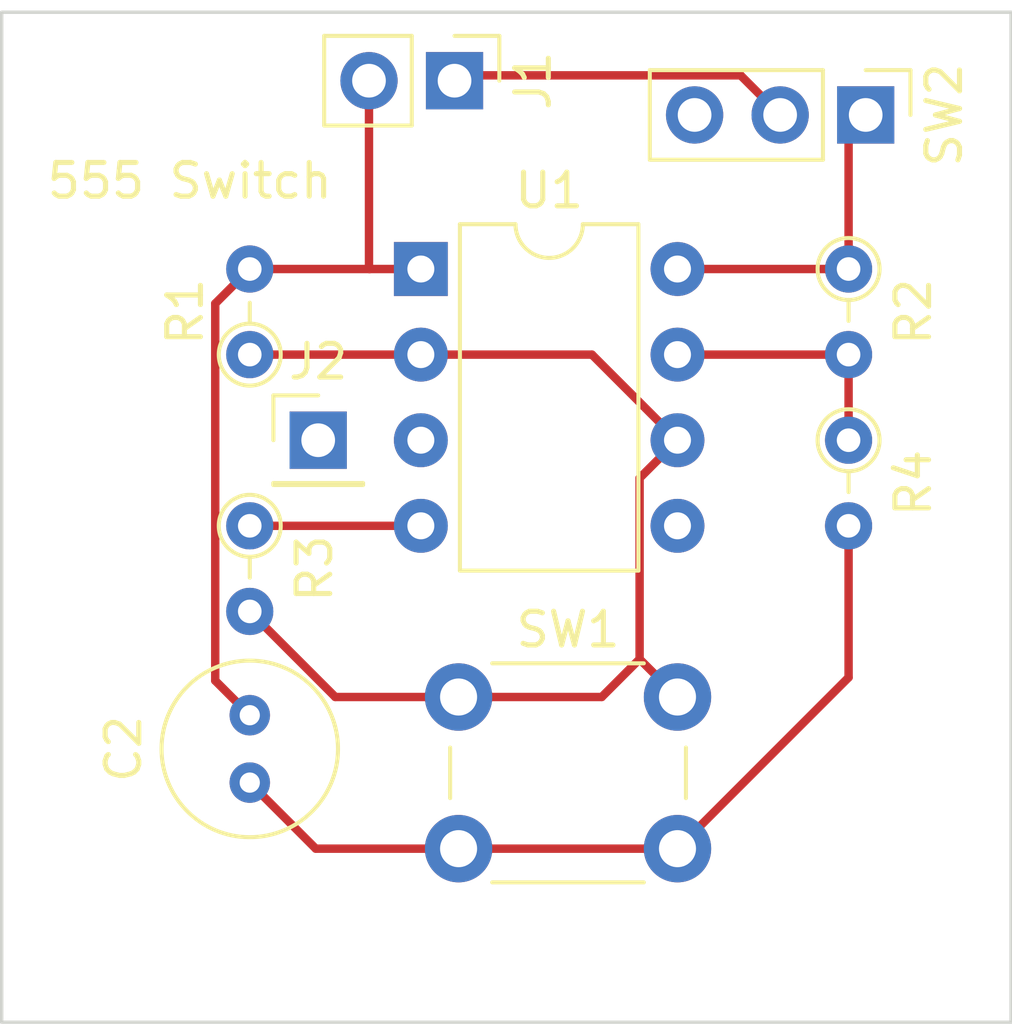
<source format=kicad_pcb>
(kicad_pcb (version 20221018) (generator pcbnew)
  (layers (0 "F.Cu" signal) (31 "B.Cu" signal) (34 "B.Paste" user) (35 "F.Paste" user) (36 "B.SilkS" user "B.Silkscreen") (37 "F.SilkS" user "F.Silkscreen") (38 "B.Mask" user) (39 "F.Mask" user) (44 "Edge.Cuts" user))
  (net 0 "")
  (net 1 "Net-(C2-Pad1)")
  (net 2 "GND")
  (net 3 "Net-(U1-THR)")
  (net 4 "+3V3")
  (net 5 "Net-(U1-DIS)")
  (net 6 "Net-(U1-R)")
  (net 7 "Net-(J2-Pin_1)")
  (net 9 "Net-(J1-Pin_1)")
  (footprint "Package_DIP:DIP-8_W7.62mm" (layer "F.Cu") (at 121.92 93.98)
    (fp_text reference "U1" (at 3.81 -2.33) (layer "F.SilkS"))
    (fp_text value "NE555D")
    (fp_line (start 1.16 -1.33) (end 1.16 8.95) (stroke (width 0.12)) (layer "F.SilkS"))
    (fp_line (start 1.16 8.95) (end 6.46 8.95) (stroke (width 0.12)) (layer "F.SilkS"))
    (fp_line (start 2.81 -1.33) (end 1.16 -1.33) (stroke (width 0.12)) (layer "F.SilkS"))
    (fp_line (start 6.46 -1.33) (end 4.81 -1.33) (stroke (width 0.12)) (layer "F.SilkS"))
    (fp_line (start 6.46 8.95) (end 6.46 -1.33) (stroke (width 0.12)) (layer "F.SilkS"))
    (fp_arc (start 4.81 -1.33) (mid 3.81 -0.33) (end 2.81 -1.33) (stroke (width 0.12)) (layer "F.SilkS"))
    (pad "1" thru_hole rect (at 0 0) (size 1.6 1.6) (drill 0.8) (layers "*.Cu" "*.Mask") (net 2 "GND"))
    (pad "2" thru_hole oval (at 0 2.54) (size 1.6 1.6) (drill 0.8) (layers "*.Cu" "*.Mask") (net 3 "Net-(U1-THR)"))
    (pad "3" thru_hole oval (at 0 5.08) (size 1.6 1.6) (drill 0.8) (layers "*.Cu" "*.Mask") (net 7 "Net-(J2-Pin_1)"))
    (pad "4" thru_hole oval (at 0 7.62) (size 1.6 1.6) (drill 0.8) (layers "*.Cu" "*.Mask") (net 6 "Net-(U1-R)"))
    (pad "5" thru_hole oval (at 7.62 7.62) (size 1.6 1.6) (drill 0.8) (layers "*.Cu" "*.Mask"))
    (pad "6" thru_hole oval (at 7.62 5.08) (size 1.6 1.6) (drill 0.8) (layers "*.Cu" "*.Mask") (net 3 "Net-(U1-THR)"))
    (pad "7" thru_hole oval (at 7.62 2.54) (size 1.6 1.6) (drill 0.8) (layers "*.Cu" "*.Mask") (net 5 "Net-(U1-DIS)"))
    (pad "8" thru_hole oval (at 7.62 0) (size 1.6 1.6) (drill 0.8) (layers "*.Cu" "*.Mask") (net 4 "+3V3"))
  )
  (footprint "Resistor_THT:R_Axial_DIN0204_L3.6mm_D1.6mm_P2.54mm_Vertical" (layer "F.Cu") (at 134.62 99.06 -90)
    (fp_text reference "R4" (at 1.27 -1.92 90) (layer "F.SilkS"))
    (fp_text value "10k")
    (fp_line (start 0.92 0) (end 1.54 0) (stroke (width 0.12)) (layer "F.SilkS"))
    (fp_circle (center 0 0) (end 0.92 0) (stroke (width 0.12)) (fill none) (layer "F.SilkS"))
    (pad "1" thru_hole circle (at 0 0 270) (size 1.4 1.4) (drill 0.7) (layers "*.Cu" "*.Mask") (net 5 "Net-(U1-DIS)"))
    (pad "2" thru_hole oval (at 2.54 0 270) (size 1.4 1.4) (drill 0.7) (layers "*.Cu" "*.Mask") (net 1 "Net-(C2-Pad1)"))
  )
  (footprint "Connector_PinHeader_2.54mm:PinHeader_1x02_P2.54mm_Vertical" (layer "F.Cu") (at 122.92 88.392 -90)
    (fp_text reference "J1" (at 0 -2.33 -90) (layer "F.SilkS"))
    (fp_text value "3V3")
    (fp_line (start -1.33 -1.33) (end 0 -1.33) (stroke (width 0.12)) (layer "F.SilkS"))
    (fp_line (start -1.33 0) (end -1.33 -1.33) (stroke (width 0.12)) (layer "F.SilkS"))
    (fp_line (start -1.33 1.27) (end -1.33 3.87) (stroke (width 0.12)) (layer "F.SilkS"))
    (fp_line (start -1.33 1.27) (end 1.33 1.27) (stroke (width 0.12)) (layer "F.SilkS"))
    (fp_line (start -1.33 3.87) (end 1.33 3.87) (stroke (width 0.12)) (layer "F.SilkS"))
    (fp_line (start 1.33 1.27) (end 1.33 3.87) (stroke (width 0.12)) (layer "F.SilkS"))
    (pad "1" thru_hole rect (at 0 0 270) (size 1.7 1.7) (drill 1) (layers "*.Cu" "*.Mask") (net 9 "Net-(J1-Pin_1)"))
    (pad "2" thru_hole oval (at 0 2.54 270) (size 1.7 1.7) (drill 1) (layers "*.Cu" "*.Mask") (net 2 "GND"))
  )
  (footprint "Connector_PinHeader_2.54mm:PinHeader_1x01_P2.54mm_Vertical" (layer "F.Cu") (at 118.872 99.06)
    (fp_text reference "J2" (at 0 -2.33) (layer "F.SilkS"))
    (fp_text value "OUT")
    (fp_line (start -1.33 -1.33) (end 0 -1.33) (stroke (width 0.12)) (layer "F.SilkS"))
    (fp_line (start -1.33 0) (end -1.33 -1.33) (stroke (width 0.12)) (layer "F.SilkS"))
    (fp_line (start -1.33 1.27) (end -1.33 1.33) (stroke (width 0.12)) (layer "F.SilkS"))
    (fp_line (start -1.33 1.27) (end 1.33 1.27) (stroke (width 0.12)) (layer "F.SilkS"))
    (fp_line (start -1.33 1.33) (end 1.33 1.33) (stroke (width 0.12)) (layer "F.SilkS"))
    (fp_line (start 1.33 1.27) (end 1.33 1.33) (stroke (width 0.12)) (layer "F.SilkS"))
    (pad "1" thru_hole rect (at 0 0) (size 1.7 1.7) (drill 1) (layers "*.Cu" "*.Mask") (net 7 "Net-(J2-Pin_1)"))
  )
  (footprint "Connector_PinHeader_2.54mm:PinHeader_1x03_P2.54mm_Vertical" (layer "F.Cu") (at 135.128 89.408 -90)
    (fp_text reference "SW2" (at 0 -2.33 90) (layer "F.SilkS"))
    (fp_text value "SW_SPDT")
    (fp_line (start -1.33 -1.33) (end 0 -1.33) (stroke (width 0.12)) (layer "F.SilkS"))
    (fp_line (start -1.33 0) (end -1.33 -1.33) (stroke (width 0.12)) (layer "F.SilkS"))
    (fp_line (start -1.33 1.27) (end -1.33 6.41) (stroke (width 0.12)) (layer "F.SilkS"))
    (fp_line (start -1.33 1.27) (end 1.33 1.27) (stroke (width 0.12)) (layer "F.SilkS"))
    (fp_line (start -1.33 6.41) (end 1.33 6.41) (stroke (width 0.12)) (layer "F.SilkS"))
    (fp_line (start 1.33 1.27) (end 1.33 6.41) (stroke (width 0.12)) (layer "F.SilkS"))
    (pad "1" thru_hole rect (at 0 0 270) (size 1.7 1.7) (drill 1) (layers "*.Cu" "*.Mask") (net 4 "+3V3"))
    (pad "2" thru_hole oval (at 0 2.54 270) (size 1.7 1.7) (drill 1) (layers "*.Cu" "*.Mask") (net 9 "Net-(J1-Pin_1)"))
    (pad "3" thru_hole oval (at 0 5.08 270) (size 1.7 1.7) (drill 1) (layers "*.Cu" "*.Mask"))
  )
  (footprint "Resistor_THT:R_Axial_DIN0204_L3.6mm_D1.6mm_P2.54mm_Vertical" (layer "F.Cu") (at 116.84 96.52 90)
    (fp_text reference "R1" (at 1.27 -1.92 90) (layer "F.SilkS"))
    (fp_text value "10k")
    (fp_line (start 0.92 0) (end 1.54 0) (stroke (width 0.12)) (layer "F.SilkS"))
    (fp_circle (center 0 0) (end 0.92 0) (stroke (width 0.12)) (fill none) (layer "F.SilkS"))
    (pad "1" thru_hole circle (at 0 0 90) (size 1.4 1.4) (drill 0.7) (layers "*.Cu" "*.Mask") (net 3 "Net-(U1-THR)"))
    (pad "2" thru_hole oval (at 2.54 0 90) (size 1.4 1.4) (drill 0.7) (layers "*.Cu" "*.Mask") (net 2 "GND"))
  )
  (footprint "Capacitor_THT:C_Radial_D5.0mm_H7.0mm_P2.00mm" (layer "F.Cu") (at 116.84 109.22 90)
    (fp_text reference "C2" (at 1 -3.75 90) (layer "F.SilkS"))
    (fp_text value "10uF")
    (fp_circle (center 1 0) (end 3.62 0) (stroke (width 0.12)) (fill none) (layer "F.SilkS"))
    (pad "1" thru_hole circle (at 0 0 90) (size 1.2 1.2) (drill 0.6) (layers "*.Cu" "*.Mask") (net 1 "Net-(C2-Pad1)"))
    (pad "2" thru_hole circle (at 2 0 90) (size 1.2 1.2) (drill 0.6) (layers "*.Cu" "*.Mask") (net 2 "GND"))
  )
  (footprint "Resistor_THT:R_Axial_DIN0204_L3.6mm_D1.6mm_P2.54mm_Vertical" (layer "F.Cu") (at 134.62 93.98 -90)
    (fp_text reference "R2" (at 1.27 -1.92 90) (layer "F.SilkS"))
    (fp_text value "10k")
    (fp_line (start 0.92 0) (end 1.54 0) (stroke (width 0.12)) (layer "F.SilkS"))
    (fp_circle (center 0 0) (end 0.92 0) (stroke (width 0.12)) (fill none) (layer "F.SilkS"))
    (pad "1" thru_hole circle (at 0 0 270) (size 1.4 1.4) (drill 0.7) (layers "*.Cu" "*.Mask") (net 4 "+3V3"))
    (pad "2" thru_hole oval (at 2.54 0 270) (size 1.4 1.4) (drill 0.7) (layers "*.Cu" "*.Mask") (net 5 "Net-(U1-DIS)"))
  )
  (footprint "Resistor_THT:R_Axial_DIN0204_L3.6mm_D1.6mm_P2.54mm_Vertical" (layer "F.Cu") (at 116.84 101.6 -90)
    (fp_text reference "R3" (at 1.27 -1.92 90) (layer "F.SilkS"))
    (fp_text value "10k")
    (fp_line (start 0.92 0) (end 1.54 0) (stroke (width 0.12)) (layer "F.SilkS"))
    (fp_circle (center 0 0) (end 0.92 0) (stroke (width 0.12)) (fill none) (layer "F.SilkS"))
    (pad "1" thru_hole circle (at 0 0 270) (size 1.4 1.4) (drill 0.7) (layers "*.Cu" "*.Mask") (net 6 "Net-(U1-R)"))
    (pad "2" thru_hole oval (at 2.54 0 270) (size 1.4 1.4) (drill 0.7) (layers "*.Cu" "*.Mask") (net 3 "Net-(U1-THR)"))
  )
  (footprint "Button_Switch_THT:SW_PUSH_6mm" (layer "F.Cu") (at 123.04 106.68)
    (fp_text reference "SW1" (at 3.25 -2) (layer "F.SilkS"))
    (fp_text value "SW_Push")
    (fp_line (start -0.25 1.5) (end -0.25 3) (stroke (width 0.12)) (layer "F.SilkS"))
    (fp_line (start 1 5.5) (end 5.5 5.5) (stroke (width 0.12)) (layer "F.SilkS"))
    (fp_line (start 5.5 -1) (end 1 -1) (stroke (width 0.12)) (layer "F.SilkS"))
    (fp_line (start 6.75 3) (end 6.75 1.5) (stroke (width 0.12)) (layer "F.SilkS"))
    (pad "1" thru_hole circle (at 0 0 90) (size 2 2) (drill 1.1) (layers "*.Cu" "*.Mask") (net 3 "Net-(U1-THR)"))
    (pad "1" thru_hole circle (at 6.5 0 90) (size 2 2) (drill 1.1) (layers "*.Cu" "*.Mask") (net 3 "Net-(U1-THR)"))
    (pad "2" thru_hole circle (at 0 4.5 90) (size 2 2) (drill 1.1) (layers "*.Cu" "*.Mask") (net 1 "Net-(C2-Pad1)"))
    (pad "2" thru_hole circle (at 6.5 4.5 90) (size 2 2) (drill 1.1) (layers "*.Cu" "*.Mask") (net 1 "Net-(C2-Pad1)"))
  )
  (gr_rect (start 109.474 86.36) (end 139.446 116.332) (stroke (width 0.1)) (fill none) (layer "Edge.Cuts"))
  (gr_text "555 Switch" (at 110.744 91.948) (layer "F.SilkS") (effects (font (size 1 1)) (justify left bottom)))
  (segment (start 134.62 106.1) (end 134.62 101.6) (width 0.25) (layer "F.Cu") (net 1))
  (segment (start 118.8 111.18) (end 116.84 109.22) (width 0.25) (layer "F.Cu") (net 1))
  (segment (start 123.04 111.18) (end 129.54 111.18) (width 0.25) (layer "F.Cu") (net 1))
  (segment (start 129.54 111.18) (end 134.62 106.1) (width 0.25) (layer "F.Cu") (net 1))
  (segment (start 123.04 111.18) (end 118.8 111.18) (width 0.25) (layer "F.Cu") (net 1))
  (segment (start 120.38 93.964) (end 120.396 93.98) (width 0.25) (layer "F.Cu") (net 2))
  (segment (start 120.38 88.392) (end 120.38 93.964) (width 0.25) (layer "F.Cu") (net 2))
  (segment (start 115.815 95.005) (end 115.815 106.195) (width 0.25) (layer "F.Cu") (net 2))
  (segment (start 115.815 106.195) (end 116.84 107.22) (width 0.25) (layer "F.Cu") (net 2))
  (segment (start 116.84 93.98) (end 115.815 95.005) (width 0.25) (layer "F.Cu") (net 2))
  (segment (start 120.396 93.98) (end 121.92 93.98) (width 0.25) (layer "F.Cu") (net 2))
  (segment (start 116.84 93.98) (end 120.396 93.98) (width 0.25) (layer "F.Cu") (net 2))
  (segment (start 128.415 105.555) (end 128.415 100.185) (width 0.25) (layer "F.Cu") (net 3))
  (segment (start 128.415 100.185) (end 129.54 99.06) (width 0.25) (layer "F.Cu") (net 3))
  (segment (start 129.54 106.68) (end 128.415 105.555) (width 0.25) (layer "F.Cu") (net 3))
  (segment (start 123.04 106.68) (end 119.38 106.68) (width 0.25) (layer "F.Cu") (net 3))
  (segment (start 127.29 106.68) (end 128.415 105.555) (width 0.25) (layer "F.Cu") (net 3))
  (segment (start 127 96.52) (end 129.54 99.06) (width 0.25) (layer "F.Cu") (net 3))
  (segment (start 123.04 106.68) (end 127.29 106.68) (width 0.25) (layer "F.Cu") (net 3))
  (segment (start 119.38 106.68) (end 116.84 104.14) (width 0.25) (layer "F.Cu") (net 3))
  (segment (start 121.92 96.52) (end 127 96.52) (width 0.25) (layer "F.Cu") (net 3))
  (segment (start 116.84 96.52) (end 121.92 96.52) (width 0.25) (layer "F.Cu") (net 3))
  (segment (start 129.54 93.98) (end 134.62 93.98) (width 0.25) (layer "F.Cu") (net 4))
  (segment (start 134.62 89.916) (end 135.128 89.408) (width 0.25) (layer "F.Cu") (net 4))
  (segment (start 134.62 93.98) (end 134.62 89.916) (width 0.25) (layer "F.Cu") (net 4))
  (segment (start 129.54 96.52) (end 134.62 96.52) (width 0.25) (layer "F.Cu") (net 5))
  (segment (start 134.62 99.06) (end 134.62 96.52) (width 0.25) (layer "F.Cu") (net 5))
  (segment (start 121.92 101.6) (end 116.84 101.6) (width 0.25) (layer "F.Cu") (net 6))
  (segment (start 123.079 88.233) (end 131.413 88.233) (width 0.25) (layer "F.Cu") (net 9))
  (segment (start 122.92 88.392) (end 123.079 88.233) (width 0.25) (layer "F.Cu") (net 9))
  (segment (start 131.413 88.233) (end 132.588 89.408) (width 0.25) (layer "F.Cu") (net 9))
)
</source>
